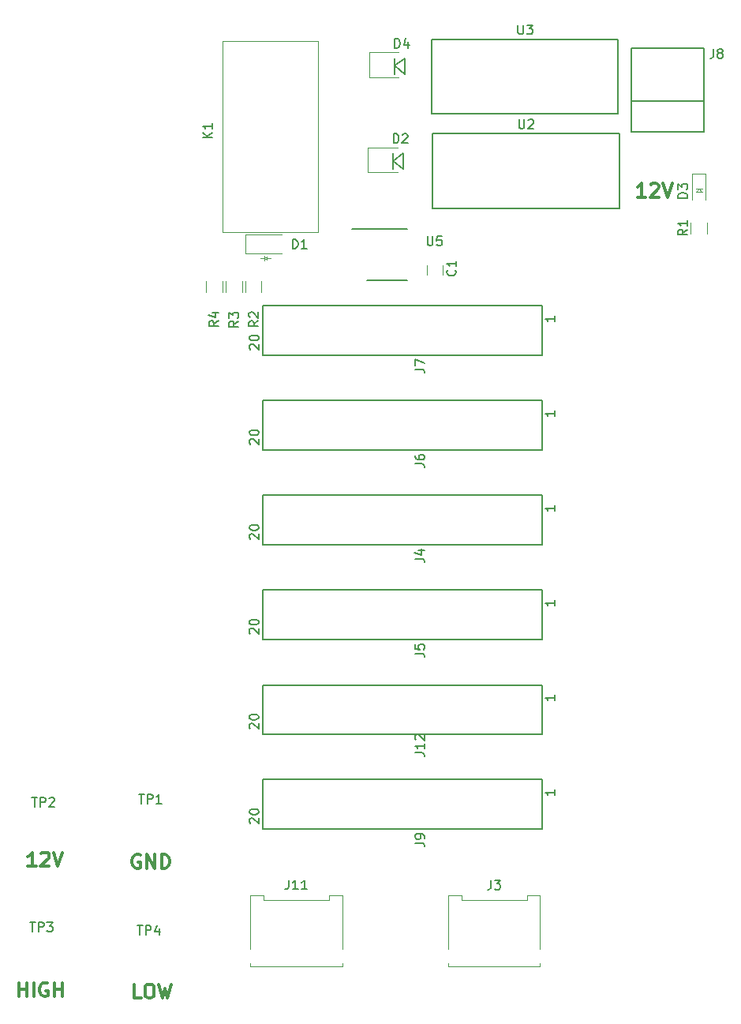
<source format=gto>
G04 #@! TF.GenerationSoftware,KiCad,Pcbnew,5.0.2-bee76a0~70~ubuntu18.04.1*
G04 #@! TF.CreationDate,2021-09-27T14:10:48-04:00*
G04 #@! TF.ProjectId,LV Interface,4c562049-6e74-4657-9266-6163652e6b69,rev?*
G04 #@! TF.SameCoordinates,Original*
G04 #@! TF.FileFunction,Legend,Top*
G04 #@! TF.FilePolarity,Positive*
%FSLAX46Y46*%
G04 Gerber Fmt 4.6, Leading zero omitted, Abs format (unit mm)*
G04 Created by KiCad (PCBNEW 5.0.2-bee76a0~70~ubuntu18.04.1) date Mon 27 Sep 2021 02:10:48 PM EDT*
%MOMM*%
%LPD*%
G01*
G04 APERTURE LIST*
%ADD10C,0.300000*%
%ADD11C,0.100000*%
%ADD12C,0.120000*%
%ADD13C,0.150000*%
%ADD14C,0.200000*%
G04 APERTURE END LIST*
D10*
X81942928Y-120193191D02*
X81228642Y-120193191D01*
X81228642Y-118693191D01*
X82728642Y-118693191D02*
X83014357Y-118693191D01*
X83157214Y-118764620D01*
X83300071Y-118907477D01*
X83371500Y-119193191D01*
X83371500Y-119693191D01*
X83300071Y-119978905D01*
X83157214Y-120121762D01*
X83014357Y-120193191D01*
X82728642Y-120193191D01*
X82585785Y-120121762D01*
X82442928Y-119978905D01*
X82371500Y-119693191D01*
X82371500Y-119193191D01*
X82442928Y-118907477D01*
X82585785Y-118764620D01*
X82728642Y-118693191D01*
X83871500Y-118693191D02*
X84228642Y-120193191D01*
X84514357Y-119121762D01*
X84800071Y-120193191D01*
X85157214Y-118693191D01*
X68867151Y-120023011D02*
X68867151Y-118523011D01*
X68867151Y-119237297D02*
X69724294Y-119237297D01*
X69724294Y-120023011D02*
X69724294Y-118523011D01*
X70438580Y-120023011D02*
X70438580Y-118523011D01*
X71938580Y-118594440D02*
X71795722Y-118523011D01*
X71581437Y-118523011D01*
X71367151Y-118594440D01*
X71224294Y-118737297D01*
X71152865Y-118880154D01*
X71081437Y-119165868D01*
X71081437Y-119380154D01*
X71152865Y-119665868D01*
X71224294Y-119808725D01*
X71367151Y-119951582D01*
X71581437Y-120023011D01*
X71724294Y-120023011D01*
X71938580Y-119951582D01*
X72010008Y-119880154D01*
X72010008Y-119380154D01*
X71724294Y-119380154D01*
X72652865Y-120023011D02*
X72652865Y-118523011D01*
X72652865Y-119237297D02*
X73510008Y-119237297D01*
X73510008Y-120023011D02*
X73510008Y-118523011D01*
X81854182Y-104840340D02*
X81711325Y-104768911D01*
X81497040Y-104768911D01*
X81282754Y-104840340D01*
X81139897Y-104983197D01*
X81068468Y-105126054D01*
X80997040Y-105411768D01*
X80997040Y-105626054D01*
X81068468Y-105911768D01*
X81139897Y-106054625D01*
X81282754Y-106197482D01*
X81497040Y-106268911D01*
X81639897Y-106268911D01*
X81854182Y-106197482D01*
X81925611Y-106126054D01*
X81925611Y-105626054D01*
X81639897Y-105626054D01*
X82568468Y-106268911D02*
X82568468Y-104768911D01*
X83425611Y-106268911D01*
X83425611Y-104768911D01*
X84139897Y-106268911D02*
X84139897Y-104768911D01*
X84497040Y-104768911D01*
X84711325Y-104840340D01*
X84854182Y-104983197D01*
X84925611Y-105126054D01*
X84997040Y-105411768D01*
X84997040Y-105626054D01*
X84925611Y-105911768D01*
X84854182Y-106054625D01*
X84711325Y-106197482D01*
X84497040Y-106268911D01*
X84139897Y-106268911D01*
X70681648Y-106055551D02*
X69824505Y-106055551D01*
X70253077Y-106055551D02*
X70253077Y-104555551D01*
X70110220Y-104769837D01*
X69967362Y-104912694D01*
X69824505Y-104984122D01*
X71253077Y-104698408D02*
X71324505Y-104626980D01*
X71467362Y-104555551D01*
X71824505Y-104555551D01*
X71967362Y-104626980D01*
X72038791Y-104698408D01*
X72110220Y-104841265D01*
X72110220Y-104984122D01*
X72038791Y-105198408D01*
X71181648Y-106055551D01*
X72110220Y-106055551D01*
X72538791Y-104555551D02*
X73038791Y-106055551D01*
X73538791Y-104555551D01*
X136071408Y-34277691D02*
X135214265Y-34277691D01*
X135642837Y-34277691D02*
X135642837Y-32777691D01*
X135499980Y-32991977D01*
X135357122Y-33134834D01*
X135214265Y-33206262D01*
X136642837Y-32920548D02*
X136714265Y-32849120D01*
X136857122Y-32777691D01*
X137214265Y-32777691D01*
X137357122Y-32849120D01*
X137428551Y-32920548D01*
X137499980Y-33063405D01*
X137499980Y-33206262D01*
X137428551Y-33420548D01*
X136571408Y-34277691D01*
X137499980Y-34277691D01*
X137928551Y-32777691D02*
X138428551Y-34277691D01*
X138928551Y-32777691D01*
D11*
G04 #@! TO.C,D1*
X95477000Y-40831900D02*
X95877000Y-40831900D01*
X95177000Y-40831900D02*
X95477000Y-40631900D01*
X95477000Y-40631900D02*
X95477000Y-41031900D01*
X95477000Y-41031900D02*
X95177000Y-40831900D01*
X94777000Y-40831900D02*
X95177000Y-40831900D01*
X95177000Y-40831900D02*
X95177000Y-40581900D01*
X95177000Y-40581900D02*
X95177000Y-41081900D01*
D12*
X93177000Y-38331900D02*
X93177000Y-40331900D01*
X93177000Y-40331900D02*
X97027000Y-40331900D01*
X93177000Y-38331900D02*
X97027000Y-38331900D01*
G04 #@! TO.C,J3*
X114890900Y-116452380D02*
X114890900Y-116762380D01*
X114890900Y-116762380D02*
X124760900Y-116762380D01*
X124760900Y-116762380D02*
X124760900Y-116452380D01*
X114890900Y-114932380D02*
X114890900Y-109172380D01*
X114890900Y-109172380D02*
X116310900Y-109172380D01*
X116310900Y-109172380D02*
X116310900Y-109672380D01*
X116310900Y-109672380D02*
X123340900Y-109672380D01*
X123340900Y-109672380D02*
X123340900Y-109172380D01*
X123340900Y-109172380D02*
X124760900Y-109172380D01*
X124760900Y-109172380D02*
X124760900Y-114932380D01*
D13*
G04 #@! TO.C,J4*
X94999860Y-71570360D02*
X125009860Y-71570360D01*
X94999860Y-66270360D02*
X125009860Y-66270360D01*
X125009860Y-66270360D02*
X125009860Y-71570360D01*
X94999860Y-66270360D02*
X94999860Y-71570360D01*
G04 #@! TO.C,J5*
X94987160Y-76420200D02*
X94987160Y-81720200D01*
X124997160Y-76420200D02*
X124997160Y-81720200D01*
X94987160Y-76420200D02*
X124997160Y-76420200D01*
X94987160Y-81720200D02*
X124997160Y-81720200D01*
G04 #@! TO.C,J6*
X94997320Y-56092580D02*
X94997320Y-61392580D01*
X125007320Y-56092580D02*
X125007320Y-61392580D01*
X94997320Y-56092580D02*
X125007320Y-56092580D01*
X94997320Y-61392580D02*
X125007320Y-61392580D01*
G04 #@! TO.C,J7*
X94994780Y-45940200D02*
X94994780Y-51240200D01*
X125004780Y-45940200D02*
X125004780Y-51240200D01*
X94994780Y-45940200D02*
X125004780Y-45940200D01*
X94994780Y-51240200D02*
X125004780Y-51240200D01*
G04 #@! TO.C,J8*
X134529940Y-24012540D02*
X134529940Y-27322540D01*
X134529940Y-27322540D02*
X142329940Y-27322540D01*
X142329940Y-27322540D02*
X142329940Y-24012540D01*
X142329940Y-24012540D02*
X142329940Y-18290540D01*
X134529940Y-24012540D02*
X134529940Y-18290540D01*
X142329940Y-24012540D02*
X134529940Y-24012540D01*
X142329940Y-18290540D02*
X134529940Y-18290540D01*
G04 #@! TO.C,J9*
X94999860Y-96752900D02*
X94999860Y-102052900D01*
X125009860Y-96752900D02*
X125009860Y-102052900D01*
X94999860Y-96752900D02*
X125009860Y-96752900D01*
X94999860Y-102052900D02*
X125009860Y-102052900D01*
D12*
G04 #@! TO.C,J11*
X103554440Y-109159680D02*
X103554440Y-114919680D01*
X102134440Y-109159680D02*
X103554440Y-109159680D01*
X102134440Y-109659680D02*
X102134440Y-109159680D01*
X95104440Y-109659680D02*
X102134440Y-109659680D01*
X95104440Y-109159680D02*
X95104440Y-109659680D01*
X93684440Y-109159680D02*
X95104440Y-109159680D01*
X93684440Y-114919680D02*
X93684440Y-109159680D01*
X103554440Y-116749680D02*
X103554440Y-116439680D01*
X93684440Y-116749680D02*
X103554440Y-116749680D01*
X93684440Y-116439680D02*
X93684440Y-116749680D01*
D13*
G04 #@! TO.C,J12*
X94987160Y-91895440D02*
X124997160Y-91895440D01*
X94987160Y-86595440D02*
X124997160Y-86595440D01*
X124997160Y-86595440D02*
X124997160Y-91895440D01*
X94987160Y-86595440D02*
X94987160Y-91895440D01*
D12*
G04 #@! TO.C,K1*
X100966420Y-38010140D02*
X100966420Y-17570140D01*
X100966420Y-17570140D02*
X90666420Y-17570140D01*
X100966420Y-38010140D02*
X90666420Y-38010140D01*
X90666420Y-38010140D02*
X90666420Y-17570140D01*
D13*
G04 #@! TO.C,U2*
X123258580Y-27483300D02*
X113258580Y-27483300D01*
X113258580Y-27483300D02*
X113258580Y-35483300D01*
X113258580Y-35483300D02*
X133258580Y-35483300D01*
X133258580Y-35483300D02*
X133258580Y-27483300D01*
X133258580Y-27483300D02*
X124258580Y-27483300D01*
X124258580Y-27483300D02*
X123258580Y-27483300D01*
G04 #@! TO.C,U3*
X124159520Y-17363940D02*
X123159520Y-17363940D01*
X133159520Y-17363940D02*
X124159520Y-17363940D01*
X133159520Y-25363940D02*
X133159520Y-17363940D01*
X113159520Y-25363940D02*
X133159520Y-25363940D01*
X113159520Y-17363940D02*
X113159520Y-25363940D01*
X123159520Y-17363940D02*
X113159520Y-17363940D01*
G04 #@! TO.C,U5*
X104576320Y-37677440D02*
X110551320Y-37677440D01*
X106151320Y-43202440D02*
X110551320Y-43202440D01*
D12*
G04 #@! TO.C,C1*
X114339740Y-42614980D02*
X114339740Y-41614980D01*
X112639740Y-41614980D02*
X112639740Y-42614980D01*
D11*
G04 #@! TO.C,D3*
X141460740Y-33401660D02*
X141810740Y-33401660D01*
X141810740Y-33401660D02*
X142160740Y-33401660D01*
X141460740Y-33751660D02*
X141810740Y-33401660D01*
X141510740Y-33751660D02*
X141460740Y-33751660D01*
X141460740Y-33751660D02*
X141510740Y-33751660D01*
X142160740Y-33751660D02*
X141510740Y-33751660D01*
X142110740Y-33701660D02*
X142160740Y-33751660D01*
X141810740Y-33401660D02*
X142110740Y-33701660D01*
D12*
X142510740Y-31801660D02*
X141110740Y-31801660D01*
X141110740Y-31801660D02*
X141110740Y-34601660D01*
X142510740Y-31801660D02*
X142510740Y-34601660D01*
G04 #@! TO.C,R1*
X142645020Y-36986920D02*
X142645020Y-38186920D01*
X140885020Y-38186920D02*
X140885020Y-36986920D01*
G04 #@! TO.C,R2*
X93125400Y-44450600D02*
X93125400Y-43250600D01*
X94885400Y-43250600D02*
X94885400Y-44450600D01*
G04 #@! TO.C,R3*
X91042600Y-44465800D02*
X91042600Y-43265800D01*
X92802600Y-43265800D02*
X92802600Y-44465800D01*
G04 #@! TO.C,R4*
X88959800Y-44465800D02*
X88959800Y-43265800D01*
X90719800Y-43265800D02*
X90719800Y-44465800D01*
D14*
G04 #@! TO.C,D2*
X110086700Y-31284420D02*
X108986700Y-30384420D01*
X110086700Y-29584420D02*
X110086700Y-31284420D01*
X108986700Y-30384420D02*
X110086700Y-29584420D01*
X108986700Y-29584420D02*
X108986700Y-31284420D01*
D12*
X106311700Y-28950920D02*
X106311700Y-31617920D01*
X106311700Y-31617920D02*
X109486700Y-31617920D01*
X106311700Y-28950920D02*
X109486700Y-28950920D01*
G04 #@! TO.C,D4*
X106443780Y-18747740D02*
X109618780Y-18747740D01*
X106443780Y-21414740D02*
X109618780Y-21414740D01*
X106443780Y-18747740D02*
X106443780Y-21414740D01*
D14*
X109118780Y-19381240D02*
X109118780Y-21081240D01*
X109118780Y-20181240D02*
X110218780Y-19381240D01*
X110218780Y-19381240D02*
X110218780Y-21081240D01*
X110218780Y-21081240D02*
X109118780Y-20181240D01*
G04 #@! TO.C,D1*
D13*
X98217764Y-39807140D02*
X98217764Y-38807140D01*
X98455860Y-38807140D01*
X98598717Y-38854760D01*
X98693955Y-38949998D01*
X98741574Y-39045236D01*
X98789193Y-39235712D01*
X98789193Y-39378569D01*
X98741574Y-39569045D01*
X98693955Y-39664283D01*
X98598717Y-39759521D01*
X98455860Y-39807140D01*
X98217764Y-39807140D01*
X99741574Y-39807140D02*
X99170145Y-39807140D01*
X99455860Y-39807140D02*
X99455860Y-38807140D01*
X99360621Y-38949998D01*
X99265383Y-39045236D01*
X99170145Y-39092855D01*
G04 #@! TO.C,J3*
X119492566Y-107534760D02*
X119492566Y-108249046D01*
X119444947Y-108391903D01*
X119349709Y-108487141D01*
X119206852Y-108534760D01*
X119111614Y-108534760D01*
X119873519Y-107534760D02*
X120492566Y-107534760D01*
X120159233Y-107915713D01*
X120302090Y-107915713D01*
X120397328Y-107963332D01*
X120444947Y-108010951D01*
X120492566Y-108106189D01*
X120492566Y-108344284D01*
X120444947Y-108439522D01*
X120397328Y-108487141D01*
X120302090Y-108534760D01*
X120016376Y-108534760D01*
X119921138Y-108487141D01*
X119873519Y-108439522D01*
G04 #@! TO.C,J4*
X111362240Y-73063693D02*
X112076526Y-73063693D01*
X112219383Y-73111312D01*
X112314621Y-73206550D01*
X112362240Y-73349407D01*
X112362240Y-73444645D01*
X111695574Y-72158931D02*
X112362240Y-72158931D01*
X111314621Y-72397026D02*
X112028907Y-72635121D01*
X112028907Y-72016074D01*
X126332240Y-67364645D02*
X126332240Y-67936074D01*
X126332240Y-67650360D02*
X125332240Y-67650360D01*
X125475098Y-67745598D01*
X125570336Y-67840836D01*
X125617955Y-67936074D01*
X93677479Y-70952264D02*
X93629860Y-70904645D01*
X93582240Y-70809407D01*
X93582240Y-70571312D01*
X93629860Y-70476074D01*
X93677479Y-70428455D01*
X93772717Y-70380836D01*
X93867955Y-70380836D01*
X94010812Y-70428455D01*
X94582240Y-70999883D01*
X94582240Y-70380836D01*
X93582240Y-69761788D02*
X93582240Y-69666550D01*
X93629860Y-69571312D01*
X93677479Y-69523693D01*
X93772717Y-69476074D01*
X93963193Y-69428455D01*
X94201288Y-69428455D01*
X94391764Y-69476074D01*
X94487002Y-69523693D01*
X94534621Y-69571312D01*
X94582240Y-69666550D01*
X94582240Y-69761788D01*
X94534621Y-69857026D01*
X94487002Y-69904645D01*
X94391764Y-69952264D01*
X94201288Y-69999883D01*
X93963193Y-69999883D01*
X93772717Y-69952264D01*
X93677479Y-69904645D01*
X93629860Y-69857026D01*
X93582240Y-69761788D01*
G04 #@! TO.C,J5*
X111349540Y-83213533D02*
X112063826Y-83213533D01*
X112206683Y-83261152D01*
X112301921Y-83356390D01*
X112349540Y-83499247D01*
X112349540Y-83594485D01*
X111349540Y-82261152D02*
X111349540Y-82737342D01*
X111825731Y-82784961D01*
X111778112Y-82737342D01*
X111730493Y-82642104D01*
X111730493Y-82404009D01*
X111778112Y-82308771D01*
X111825731Y-82261152D01*
X111920969Y-82213533D01*
X112159064Y-82213533D01*
X112254302Y-82261152D01*
X112301921Y-82308771D01*
X112349540Y-82404009D01*
X112349540Y-82642104D01*
X112301921Y-82737342D01*
X112254302Y-82784961D01*
X93664779Y-81102104D02*
X93617160Y-81054485D01*
X93569540Y-80959247D01*
X93569540Y-80721152D01*
X93617160Y-80625914D01*
X93664779Y-80578295D01*
X93760017Y-80530676D01*
X93855255Y-80530676D01*
X93998112Y-80578295D01*
X94569540Y-81149723D01*
X94569540Y-80530676D01*
X93569540Y-79911628D02*
X93569540Y-79816390D01*
X93617160Y-79721152D01*
X93664779Y-79673533D01*
X93760017Y-79625914D01*
X93950493Y-79578295D01*
X94188588Y-79578295D01*
X94379064Y-79625914D01*
X94474302Y-79673533D01*
X94521921Y-79721152D01*
X94569540Y-79816390D01*
X94569540Y-79911628D01*
X94521921Y-80006866D01*
X94474302Y-80054485D01*
X94379064Y-80102104D01*
X94188588Y-80149723D01*
X93950493Y-80149723D01*
X93760017Y-80102104D01*
X93664779Y-80054485D01*
X93617160Y-80006866D01*
X93569540Y-79911628D01*
X126319540Y-77514485D02*
X126319540Y-78085914D01*
X126319540Y-77800200D02*
X125319540Y-77800200D01*
X125462398Y-77895438D01*
X125557636Y-77990676D01*
X125605255Y-78085914D01*
G04 #@! TO.C,J6*
X111359700Y-62885913D02*
X112073986Y-62885913D01*
X112216843Y-62933532D01*
X112312081Y-63028770D01*
X112359700Y-63171627D01*
X112359700Y-63266865D01*
X111359700Y-61981151D02*
X111359700Y-62171627D01*
X111407320Y-62266865D01*
X111454939Y-62314484D01*
X111597796Y-62409722D01*
X111788272Y-62457341D01*
X112169224Y-62457341D01*
X112264462Y-62409722D01*
X112312081Y-62362103D01*
X112359700Y-62266865D01*
X112359700Y-62076389D01*
X112312081Y-61981151D01*
X112264462Y-61933532D01*
X112169224Y-61885913D01*
X111931129Y-61885913D01*
X111835891Y-61933532D01*
X111788272Y-61981151D01*
X111740653Y-62076389D01*
X111740653Y-62266865D01*
X111788272Y-62362103D01*
X111835891Y-62409722D01*
X111931129Y-62457341D01*
X93674939Y-60774484D02*
X93627320Y-60726865D01*
X93579700Y-60631627D01*
X93579700Y-60393532D01*
X93627320Y-60298294D01*
X93674939Y-60250675D01*
X93770177Y-60203056D01*
X93865415Y-60203056D01*
X94008272Y-60250675D01*
X94579700Y-60822103D01*
X94579700Y-60203056D01*
X93579700Y-59584008D02*
X93579700Y-59488770D01*
X93627320Y-59393532D01*
X93674939Y-59345913D01*
X93770177Y-59298294D01*
X93960653Y-59250675D01*
X94198748Y-59250675D01*
X94389224Y-59298294D01*
X94484462Y-59345913D01*
X94532081Y-59393532D01*
X94579700Y-59488770D01*
X94579700Y-59584008D01*
X94532081Y-59679246D01*
X94484462Y-59726865D01*
X94389224Y-59774484D01*
X94198748Y-59822103D01*
X93960653Y-59822103D01*
X93770177Y-59774484D01*
X93674939Y-59726865D01*
X93627320Y-59679246D01*
X93579700Y-59584008D01*
X126329700Y-57186865D02*
X126329700Y-57758294D01*
X126329700Y-57472580D02*
X125329700Y-57472580D01*
X125472558Y-57567818D01*
X125567796Y-57663056D01*
X125615415Y-57758294D01*
G04 #@! TO.C,J7*
X111357160Y-52733533D02*
X112071446Y-52733533D01*
X112214303Y-52781152D01*
X112309541Y-52876390D01*
X112357160Y-53019247D01*
X112357160Y-53114485D01*
X111357160Y-52352580D02*
X111357160Y-51685914D01*
X112357160Y-52114485D01*
X93672399Y-50622104D02*
X93624780Y-50574485D01*
X93577160Y-50479247D01*
X93577160Y-50241152D01*
X93624780Y-50145914D01*
X93672399Y-50098295D01*
X93767637Y-50050676D01*
X93862875Y-50050676D01*
X94005732Y-50098295D01*
X94577160Y-50669723D01*
X94577160Y-50050676D01*
X93577160Y-49431628D02*
X93577160Y-49336390D01*
X93624780Y-49241152D01*
X93672399Y-49193533D01*
X93767637Y-49145914D01*
X93958113Y-49098295D01*
X94196208Y-49098295D01*
X94386684Y-49145914D01*
X94481922Y-49193533D01*
X94529541Y-49241152D01*
X94577160Y-49336390D01*
X94577160Y-49431628D01*
X94529541Y-49526866D01*
X94481922Y-49574485D01*
X94386684Y-49622104D01*
X94196208Y-49669723D01*
X93958113Y-49669723D01*
X93767637Y-49622104D01*
X93672399Y-49574485D01*
X93624780Y-49526866D01*
X93577160Y-49431628D01*
X126327160Y-47034485D02*
X126327160Y-47605914D01*
X126327160Y-47320200D02*
X125327160Y-47320200D01*
X125470018Y-47415438D01*
X125565256Y-47510676D01*
X125612875Y-47605914D01*
G04 #@! TO.C,J8*
X143374786Y-18403320D02*
X143374786Y-19117606D01*
X143327167Y-19260463D01*
X143231929Y-19355701D01*
X143089072Y-19403320D01*
X142993834Y-19403320D01*
X143993834Y-18831892D02*
X143898596Y-18784273D01*
X143850977Y-18736654D01*
X143803358Y-18641416D01*
X143803358Y-18593797D01*
X143850977Y-18498559D01*
X143898596Y-18450940D01*
X143993834Y-18403320D01*
X144184310Y-18403320D01*
X144279548Y-18450940D01*
X144327167Y-18498559D01*
X144374786Y-18593797D01*
X144374786Y-18641416D01*
X144327167Y-18736654D01*
X144279548Y-18784273D01*
X144184310Y-18831892D01*
X143993834Y-18831892D01*
X143898596Y-18879511D01*
X143850977Y-18927130D01*
X143803358Y-19022368D01*
X143803358Y-19212844D01*
X143850977Y-19308082D01*
X143898596Y-19355701D01*
X143993834Y-19403320D01*
X144184310Y-19403320D01*
X144279548Y-19355701D01*
X144327167Y-19308082D01*
X144374786Y-19212844D01*
X144374786Y-19022368D01*
X144327167Y-18927130D01*
X144279548Y-18879511D01*
X144184310Y-18831892D01*
G04 #@! TO.C,J9*
X111362240Y-103546233D02*
X112076526Y-103546233D01*
X112219383Y-103593852D01*
X112314621Y-103689090D01*
X112362240Y-103831947D01*
X112362240Y-103927185D01*
X112362240Y-103022423D02*
X112362240Y-102831947D01*
X112314621Y-102736709D01*
X112267002Y-102689090D01*
X112124145Y-102593852D01*
X111933669Y-102546233D01*
X111552717Y-102546233D01*
X111457479Y-102593852D01*
X111409860Y-102641471D01*
X111362240Y-102736709D01*
X111362240Y-102927185D01*
X111409860Y-103022423D01*
X111457479Y-103070042D01*
X111552717Y-103117661D01*
X111790812Y-103117661D01*
X111886050Y-103070042D01*
X111933669Y-103022423D01*
X111981288Y-102927185D01*
X111981288Y-102736709D01*
X111933669Y-102641471D01*
X111886050Y-102593852D01*
X111790812Y-102546233D01*
X93677479Y-101434804D02*
X93629860Y-101387185D01*
X93582240Y-101291947D01*
X93582240Y-101053852D01*
X93629860Y-100958614D01*
X93677479Y-100910995D01*
X93772717Y-100863376D01*
X93867955Y-100863376D01*
X94010812Y-100910995D01*
X94582240Y-101482423D01*
X94582240Y-100863376D01*
X93582240Y-100244328D02*
X93582240Y-100149090D01*
X93629860Y-100053852D01*
X93677479Y-100006233D01*
X93772717Y-99958614D01*
X93963193Y-99910995D01*
X94201288Y-99910995D01*
X94391764Y-99958614D01*
X94487002Y-100006233D01*
X94534621Y-100053852D01*
X94582240Y-100149090D01*
X94582240Y-100244328D01*
X94534621Y-100339566D01*
X94487002Y-100387185D01*
X94391764Y-100434804D01*
X94201288Y-100482423D01*
X93963193Y-100482423D01*
X93772717Y-100434804D01*
X93677479Y-100387185D01*
X93629860Y-100339566D01*
X93582240Y-100244328D01*
X126332240Y-97847185D02*
X126332240Y-98418614D01*
X126332240Y-98132900D02*
X125332240Y-98132900D01*
X125475098Y-98228138D01*
X125570336Y-98323376D01*
X125617955Y-98418614D01*
G04 #@! TO.C,J11*
X97809916Y-107522060D02*
X97809916Y-108236346D01*
X97762297Y-108379203D01*
X97667059Y-108474441D01*
X97524201Y-108522060D01*
X97428963Y-108522060D01*
X98809916Y-108522060D02*
X98238487Y-108522060D01*
X98524201Y-108522060D02*
X98524201Y-107522060D01*
X98428963Y-107664918D01*
X98333725Y-107760156D01*
X98238487Y-107807775D01*
X99762297Y-108522060D02*
X99190868Y-108522060D01*
X99476582Y-108522060D02*
X99476582Y-107522060D01*
X99381344Y-107664918D01*
X99286106Y-107760156D01*
X99190868Y-107807775D01*
G04 #@! TO.C,J12*
X111349540Y-93864963D02*
X112063826Y-93864963D01*
X112206683Y-93912582D01*
X112301921Y-94007820D01*
X112349540Y-94150678D01*
X112349540Y-94245916D01*
X112349540Y-92864963D02*
X112349540Y-93436392D01*
X112349540Y-93150678D02*
X111349540Y-93150678D01*
X111492398Y-93245916D01*
X111587636Y-93341154D01*
X111635255Y-93436392D01*
X111444779Y-92484011D02*
X111397160Y-92436392D01*
X111349540Y-92341154D01*
X111349540Y-92103059D01*
X111397160Y-92007820D01*
X111444779Y-91960201D01*
X111540017Y-91912582D01*
X111635255Y-91912582D01*
X111778112Y-91960201D01*
X112349540Y-92531630D01*
X112349540Y-91912582D01*
X126319540Y-87689725D02*
X126319540Y-88261154D01*
X126319540Y-87975440D02*
X125319540Y-87975440D01*
X125462398Y-88070678D01*
X125557636Y-88165916D01*
X125605255Y-88261154D01*
X93664779Y-91277344D02*
X93617160Y-91229725D01*
X93569540Y-91134487D01*
X93569540Y-90896392D01*
X93617160Y-90801154D01*
X93664779Y-90753535D01*
X93760017Y-90705916D01*
X93855255Y-90705916D01*
X93998112Y-90753535D01*
X94569540Y-91324963D01*
X94569540Y-90705916D01*
X93569540Y-90086868D02*
X93569540Y-89991630D01*
X93617160Y-89896392D01*
X93664779Y-89848773D01*
X93760017Y-89801154D01*
X93950493Y-89753535D01*
X94188588Y-89753535D01*
X94379064Y-89801154D01*
X94474302Y-89848773D01*
X94521921Y-89896392D01*
X94569540Y-89991630D01*
X94569540Y-90086868D01*
X94521921Y-90182106D01*
X94474302Y-90229725D01*
X94379064Y-90277344D01*
X94188588Y-90324963D01*
X93950493Y-90324963D01*
X93760017Y-90277344D01*
X93664779Y-90229725D01*
X93617160Y-90182106D01*
X93569540Y-90086868D01*
G04 #@! TO.C,K1*
X89578800Y-27918235D02*
X88578800Y-27918235D01*
X89578800Y-27346806D02*
X89007372Y-27775378D01*
X88578800Y-27346806D02*
X89150229Y-27918235D01*
X89578800Y-26394425D02*
X89578800Y-26965854D01*
X89578800Y-26680140D02*
X88578800Y-26680140D01*
X88721658Y-26775378D01*
X88816896Y-26870616D01*
X88864515Y-26965854D01*
G04 #@! TO.C,U2*
X122496675Y-25935680D02*
X122496675Y-26745204D01*
X122544294Y-26840442D01*
X122591913Y-26888061D01*
X122687151Y-26935680D01*
X122877627Y-26935680D01*
X122972865Y-26888061D01*
X123020484Y-26840442D01*
X123068103Y-26745204D01*
X123068103Y-25935680D01*
X123496675Y-26030919D02*
X123544294Y-25983300D01*
X123639532Y-25935680D01*
X123877627Y-25935680D01*
X123972865Y-25983300D01*
X124020484Y-26030919D01*
X124068103Y-26126157D01*
X124068103Y-26221395D01*
X124020484Y-26364252D01*
X123449056Y-26935680D01*
X124068103Y-26935680D01*
G04 #@! TO.C,U3*
X122397615Y-15816320D02*
X122397615Y-16625844D01*
X122445234Y-16721082D01*
X122492853Y-16768701D01*
X122588091Y-16816320D01*
X122778567Y-16816320D01*
X122873805Y-16768701D01*
X122921424Y-16721082D01*
X122969043Y-16625844D01*
X122969043Y-15816320D01*
X123349996Y-15816320D02*
X123969043Y-15816320D01*
X123635710Y-16197273D01*
X123778567Y-16197273D01*
X123873805Y-16244892D01*
X123921424Y-16292511D01*
X123969043Y-16387749D01*
X123969043Y-16625844D01*
X123921424Y-16721082D01*
X123873805Y-16768701D01*
X123778567Y-16816320D01*
X123492853Y-16816320D01*
X123397615Y-16768701D01*
X123349996Y-16721082D01*
G04 #@! TO.C,U5*
X112684655Y-38464240D02*
X112684655Y-39273764D01*
X112732274Y-39369002D01*
X112779893Y-39416621D01*
X112875131Y-39464240D01*
X113065607Y-39464240D01*
X113160845Y-39416621D01*
X113208464Y-39369002D01*
X113256083Y-39273764D01*
X113256083Y-38464240D01*
X114208464Y-38464240D02*
X113732274Y-38464240D01*
X113684655Y-38940431D01*
X113732274Y-38892812D01*
X113827512Y-38845193D01*
X114065607Y-38845193D01*
X114160845Y-38892812D01*
X114208464Y-38940431D01*
X114256083Y-39035669D01*
X114256083Y-39273764D01*
X114208464Y-39369002D01*
X114160845Y-39416621D01*
X114065607Y-39464240D01*
X113827512Y-39464240D01*
X113732274Y-39416621D01*
X113684655Y-39369002D01*
G04 #@! TO.C,C1*
X115668062Y-42099526D02*
X115715681Y-42147145D01*
X115763300Y-42290002D01*
X115763300Y-42385240D01*
X115715681Y-42528098D01*
X115620443Y-42623336D01*
X115525205Y-42670955D01*
X115334729Y-42718574D01*
X115191872Y-42718574D01*
X115001396Y-42670955D01*
X114906158Y-42623336D01*
X114810920Y-42528098D01*
X114763300Y-42385240D01*
X114763300Y-42290002D01*
X114810920Y-42147145D01*
X114858539Y-42099526D01*
X115763300Y-41147145D02*
X115763300Y-41718574D01*
X115763300Y-41432860D02*
X114763300Y-41432860D01*
X114906158Y-41528098D01*
X115001396Y-41623336D01*
X115049015Y-41718574D01*
G04 #@! TO.C,D3*
X140579100Y-34372775D02*
X139579100Y-34372775D01*
X139579100Y-34134680D01*
X139626720Y-33991822D01*
X139721958Y-33896584D01*
X139817196Y-33848965D01*
X140007672Y-33801346D01*
X140150529Y-33801346D01*
X140341005Y-33848965D01*
X140436243Y-33896584D01*
X140531481Y-33991822D01*
X140579100Y-34134680D01*
X140579100Y-34372775D01*
X139579100Y-33468013D02*
X139579100Y-32848965D01*
X139960053Y-33182299D01*
X139960053Y-33039441D01*
X140007672Y-32944203D01*
X140055291Y-32896584D01*
X140150529Y-32848965D01*
X140388624Y-32848965D01*
X140483862Y-32896584D01*
X140531481Y-32944203D01*
X140579100Y-33039441D01*
X140579100Y-33325156D01*
X140531481Y-33420394D01*
X140483862Y-33468013D01*
G04 #@! TO.C,R1*
X140567400Y-37753586D02*
X140091210Y-38086920D01*
X140567400Y-38325015D02*
X139567400Y-38325015D01*
X139567400Y-37944062D01*
X139615020Y-37848824D01*
X139662639Y-37801205D01*
X139757877Y-37753586D01*
X139900734Y-37753586D01*
X139995972Y-37801205D01*
X140043591Y-37848824D01*
X140091210Y-37944062D01*
X140091210Y-38325015D01*
X140567400Y-36801205D02*
X140567400Y-37372634D01*
X140567400Y-37086920D02*
X139567400Y-37086920D01*
X139710258Y-37182158D01*
X139805496Y-37277396D01*
X139853115Y-37372634D01*
G04 #@! TO.C,R2*
X94533980Y-47563066D02*
X94057790Y-47896400D01*
X94533980Y-48134495D02*
X93533980Y-48134495D01*
X93533980Y-47753542D01*
X93581600Y-47658304D01*
X93629219Y-47610685D01*
X93724457Y-47563066D01*
X93867314Y-47563066D01*
X93962552Y-47610685D01*
X94010171Y-47658304D01*
X94057790Y-47753542D01*
X94057790Y-48134495D01*
X93629219Y-47182114D02*
X93581600Y-47134495D01*
X93533980Y-47039257D01*
X93533980Y-46801161D01*
X93581600Y-46705923D01*
X93629219Y-46658304D01*
X93724457Y-46610685D01*
X93819695Y-46610685D01*
X93962552Y-46658304D01*
X94533980Y-47229733D01*
X94533980Y-46610685D01*
G04 #@! TO.C,R3*
X92400380Y-47588466D02*
X91924190Y-47921800D01*
X92400380Y-48159895D02*
X91400380Y-48159895D01*
X91400380Y-47778942D01*
X91448000Y-47683704D01*
X91495619Y-47636085D01*
X91590857Y-47588466D01*
X91733714Y-47588466D01*
X91828952Y-47636085D01*
X91876571Y-47683704D01*
X91924190Y-47778942D01*
X91924190Y-48159895D01*
X91400380Y-47255133D02*
X91400380Y-46636085D01*
X91781333Y-46969419D01*
X91781333Y-46826561D01*
X91828952Y-46731323D01*
X91876571Y-46683704D01*
X91971809Y-46636085D01*
X92209904Y-46636085D01*
X92305142Y-46683704D01*
X92352761Y-46731323D01*
X92400380Y-46826561D01*
X92400380Y-47112276D01*
X92352761Y-47207514D01*
X92305142Y-47255133D01*
G04 #@! TO.C,R4*
X90241380Y-47563066D02*
X89765190Y-47896400D01*
X90241380Y-48134495D02*
X89241380Y-48134495D01*
X89241380Y-47753542D01*
X89289000Y-47658304D01*
X89336619Y-47610685D01*
X89431857Y-47563066D01*
X89574714Y-47563066D01*
X89669952Y-47610685D01*
X89717571Y-47658304D01*
X89765190Y-47753542D01*
X89765190Y-48134495D01*
X89574714Y-46705923D02*
X90241380Y-46705923D01*
X89193761Y-46944019D02*
X89908047Y-47182114D01*
X89908047Y-46563066D01*
G04 #@! TO.C,D2*
X109048604Y-28486800D02*
X109048604Y-27486800D01*
X109286700Y-27486800D01*
X109429557Y-27534420D01*
X109524795Y-27629658D01*
X109572414Y-27724896D01*
X109620033Y-27915372D01*
X109620033Y-28058229D01*
X109572414Y-28248705D01*
X109524795Y-28343943D01*
X109429557Y-28439181D01*
X109286700Y-28486800D01*
X109048604Y-28486800D01*
X110000985Y-27582039D02*
X110048604Y-27534420D01*
X110143842Y-27486800D01*
X110381938Y-27486800D01*
X110477176Y-27534420D01*
X110524795Y-27582039D01*
X110572414Y-27677277D01*
X110572414Y-27772515D01*
X110524795Y-27915372D01*
X109953366Y-28486800D01*
X110572414Y-28486800D01*
G04 #@! TO.C,D4*
X109180684Y-18283620D02*
X109180684Y-17283620D01*
X109418780Y-17283620D01*
X109561637Y-17331240D01*
X109656875Y-17426478D01*
X109704494Y-17521716D01*
X109752113Y-17712192D01*
X109752113Y-17855049D01*
X109704494Y-18045525D01*
X109656875Y-18140763D01*
X109561637Y-18236001D01*
X109418780Y-18283620D01*
X109180684Y-18283620D01*
X110609256Y-17616954D02*
X110609256Y-18283620D01*
X110371160Y-17236001D02*
X110133065Y-17950287D01*
X110752113Y-17950287D01*
G04 #@! TO.C,TP1*
X81735135Y-98326960D02*
X82306563Y-98326960D01*
X82020849Y-99326960D02*
X82020849Y-98326960D01*
X82639897Y-99326960D02*
X82639897Y-98326960D01*
X83020849Y-98326960D01*
X83116087Y-98374580D01*
X83163706Y-98422199D01*
X83211325Y-98517437D01*
X83211325Y-98660294D01*
X83163706Y-98755532D01*
X83116087Y-98803151D01*
X83020849Y-98850770D01*
X82639897Y-98850770D01*
X84163706Y-99326960D02*
X83592278Y-99326960D01*
X83877992Y-99326960D02*
X83877992Y-98326960D01*
X83782754Y-98469818D01*
X83687516Y-98565056D01*
X83592278Y-98612675D01*
G04 #@! TO.C,TP2*
X70231475Y-98677480D02*
X70802903Y-98677480D01*
X70517189Y-99677480D02*
X70517189Y-98677480D01*
X71136237Y-99677480D02*
X71136237Y-98677480D01*
X71517189Y-98677480D01*
X71612427Y-98725100D01*
X71660046Y-98772719D01*
X71707665Y-98867957D01*
X71707665Y-99010814D01*
X71660046Y-99106052D01*
X71612427Y-99153671D01*
X71517189Y-99201290D01*
X71136237Y-99201290D01*
X72088618Y-98772719D02*
X72136237Y-98725100D01*
X72231475Y-98677480D01*
X72469570Y-98677480D01*
X72564808Y-98725100D01*
X72612427Y-98772719D01*
X72660046Y-98867957D01*
X72660046Y-98963195D01*
X72612427Y-99106052D01*
X72040999Y-99677480D01*
X72660046Y-99677480D01*
G04 #@! TO.C,TP3*
X70048595Y-112040420D02*
X70620023Y-112040420D01*
X70334309Y-113040420D02*
X70334309Y-112040420D01*
X70953357Y-113040420D02*
X70953357Y-112040420D01*
X71334309Y-112040420D01*
X71429547Y-112088040D01*
X71477166Y-112135659D01*
X71524785Y-112230897D01*
X71524785Y-112373754D01*
X71477166Y-112468992D01*
X71429547Y-112516611D01*
X71334309Y-112564230D01*
X70953357Y-112564230D01*
X71858119Y-112040420D02*
X72477166Y-112040420D01*
X72143833Y-112421373D01*
X72286690Y-112421373D01*
X72381928Y-112468992D01*
X72429547Y-112516611D01*
X72477166Y-112611849D01*
X72477166Y-112849944D01*
X72429547Y-112945182D01*
X72381928Y-112992801D01*
X72286690Y-113040420D01*
X72000976Y-113040420D01*
X71905738Y-112992801D01*
X71858119Y-112945182D01*
G04 #@! TO.C,TP4*
X81552255Y-112398560D02*
X82123683Y-112398560D01*
X81837969Y-113398560D02*
X81837969Y-112398560D01*
X82457017Y-113398560D02*
X82457017Y-112398560D01*
X82837969Y-112398560D01*
X82933207Y-112446180D01*
X82980826Y-112493799D01*
X83028445Y-112589037D01*
X83028445Y-112731894D01*
X82980826Y-112827132D01*
X82933207Y-112874751D01*
X82837969Y-112922370D01*
X82457017Y-112922370D01*
X83885588Y-112731894D02*
X83885588Y-113398560D01*
X83647493Y-112350941D02*
X83409398Y-113065227D01*
X84028445Y-113065227D01*
G04 #@! TD*
M02*

</source>
